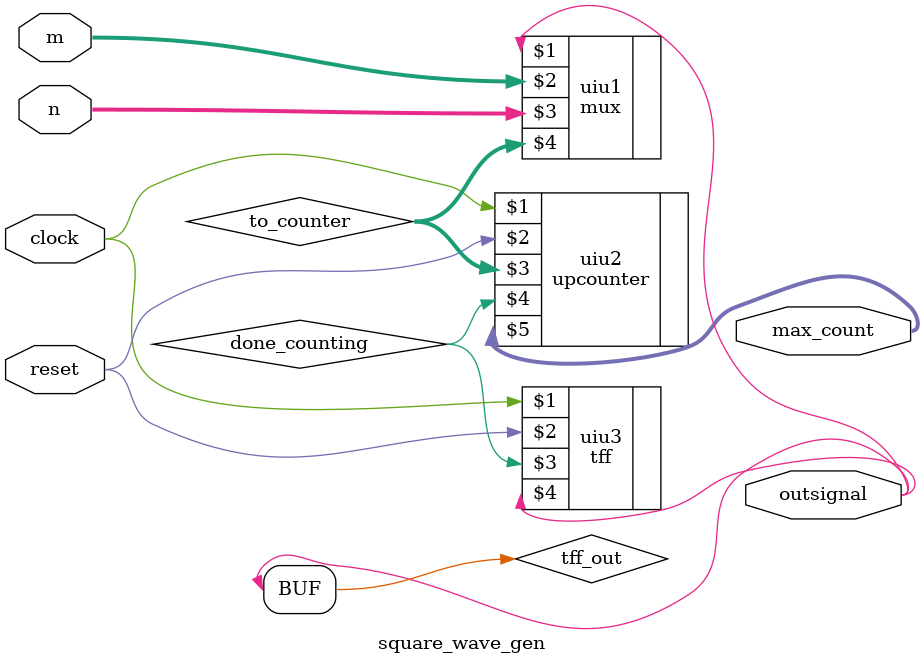
<source format=sv>
`timescale 1ns / 1ps
module square_wave_gen
    #(parameter N = 4)
    (    
        input logic clock, 
        input logic reset,
        input logic [N - 1:0] m,
        input logic [N - 1:0] n,
        output logic outsignal,
        output logic [N-1:0] max_count
    );
    
    logic [N-1:0] to_counter;
    logic done_counting, tff_out;
    
    mux uiu1 
    (
        outsignal,
        m,
        n,
        to_counter
    );
    
    upcounter uiu2 
    (    
        clock, 
        reset,
        to_counter,
        done_counting,
        max_count
    );
    
    tff uiu3 
    (
        clock, //onboard oscillator (period 10ns)
        reset,
        done_counting,
        tff_out
    );
       
    assign outsignal = tff_out;
    
endmodule

</source>
